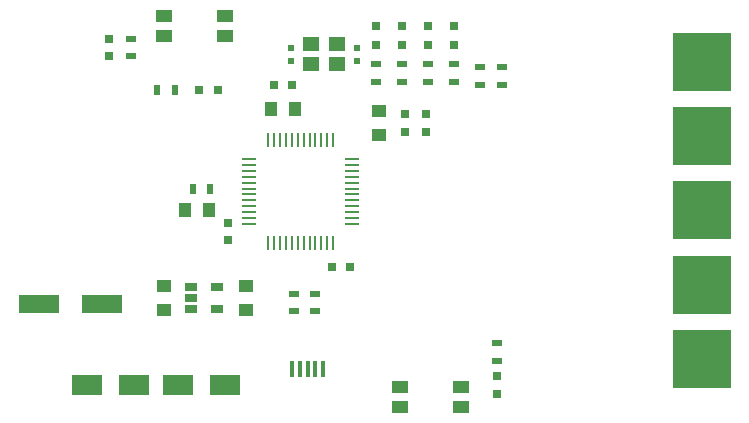
<source format=gtp>
G04 #@! TF.FileFunction,Paste,Top*
%FSLAX46Y46*%
G04 Gerber Fmt 4.6, Leading zero omitted, Abs format (unit mm)*
G04 Created by KiCad (PCBNEW 4.0.6) date Fri Sep  8 15:05:28 2017*
%MOMM*%
%LPD*%
G01*
G04 APERTURE LIST*
%ADD10C,0.100000*%
%ADD11R,1.250000X1.000000*%
%ADD12R,0.750000X0.800000*%
%ADD13R,3.500000X1.600000*%
%ADD14R,1.000000X1.250000*%
%ADD15R,0.500000X0.600000*%
%ADD16R,0.800000X0.750000*%
%ADD17R,2.500000X1.800000*%
%ADD18R,0.800000X0.800000*%
%ADD19R,0.400000X1.350000*%
%ADD20R,5.000000X5.000000*%
%ADD21R,0.900000X0.500000*%
%ADD22R,0.500000X0.900000*%
%ADD23R,1.450000X1.000000*%
%ADD24R,1.060000X0.650000*%
%ADD25R,1.400000X1.200000*%
%ADD26R,0.250000X1.300000*%
%ADD27R,1.300000X0.250000*%
G04 APERTURE END LIST*
D10*
D11*
X215200000Y-125800000D03*
X215200000Y-123800000D03*
X222200000Y-125800000D03*
X222200000Y-123800000D03*
D12*
X243400000Y-132950000D03*
X243400000Y-131450000D03*
X210600000Y-104350000D03*
X210600000Y-102850000D03*
D13*
X210000000Y-125300000D03*
X204600000Y-125300000D03*
D12*
X235600000Y-110750000D03*
X235600000Y-109250000D03*
D14*
X224300000Y-108800000D03*
X226300000Y-108800000D03*
X219000000Y-117400000D03*
X217000000Y-117400000D03*
D15*
X231600000Y-103650000D03*
X231600000Y-104750000D03*
X226000000Y-104750000D03*
X226000000Y-103650000D03*
D11*
X233400000Y-111000000D03*
X233400000Y-109000000D03*
D16*
X224550000Y-106800000D03*
X226050000Y-106800000D03*
X230950000Y-122200000D03*
X229450000Y-122200000D03*
D12*
X237400000Y-109250000D03*
X237400000Y-110750000D03*
X220600000Y-119950000D03*
X220600000Y-118450000D03*
D17*
X216400000Y-132200000D03*
X220400000Y-132200000D03*
X212700000Y-132200000D03*
X208700000Y-132200000D03*
D18*
X233200000Y-101800000D03*
X233200000Y-103400000D03*
X235400000Y-101800000D03*
X235400000Y-103400000D03*
X237600000Y-101800000D03*
X237600000Y-103400000D03*
X239800000Y-101800000D03*
X239800000Y-103400000D03*
X219800000Y-107200000D03*
X218200000Y-107200000D03*
D19*
X226100000Y-130850000D03*
X226750000Y-130850000D03*
X227400000Y-130850000D03*
X228050000Y-130850000D03*
X228700000Y-130850000D03*
D20*
X260800000Y-117400000D03*
X260800000Y-130000000D03*
X260800000Y-123700000D03*
X260800000Y-111100000D03*
X260800000Y-104800000D03*
D21*
X243400000Y-128650000D03*
X243400000Y-130150000D03*
X228000000Y-124450000D03*
X228000000Y-125950000D03*
X226200000Y-124450000D03*
X226200000Y-125950000D03*
X212400000Y-102850000D03*
X212400000Y-104350000D03*
X233200000Y-106550000D03*
X233200000Y-105050000D03*
X235400000Y-106550000D03*
X235400000Y-105050000D03*
X237600000Y-106550000D03*
X237600000Y-105050000D03*
X239800000Y-106550000D03*
X239800000Y-105050000D03*
D22*
X214650000Y-107200000D03*
X216150000Y-107200000D03*
D21*
X242000000Y-106750000D03*
X242000000Y-105250000D03*
X243800000Y-106750000D03*
X243800000Y-105250000D03*
D22*
X219150000Y-115600000D03*
X217650000Y-115600000D03*
D23*
X220375000Y-102650000D03*
X215225000Y-102650000D03*
X215225000Y-100950000D03*
X220375000Y-100950000D03*
X235225000Y-132350000D03*
X240375000Y-132350000D03*
X240375000Y-134050000D03*
X235225000Y-134050000D03*
D24*
X217500000Y-123850000D03*
X217500000Y-124800000D03*
X217500000Y-125750000D03*
X219700000Y-125750000D03*
X219700000Y-123850000D03*
D25*
X229900000Y-103350000D03*
X227700000Y-103350000D03*
X227700000Y-105050000D03*
X229900000Y-105050000D03*
D26*
X229550000Y-111450000D03*
X229050000Y-111450000D03*
X228550000Y-111450000D03*
X228050000Y-111450000D03*
X227550000Y-111450000D03*
X227050000Y-111450000D03*
X226550000Y-111450000D03*
X226050000Y-111450000D03*
X225550000Y-111450000D03*
X225050000Y-111450000D03*
X224550000Y-111450000D03*
X224050000Y-111450000D03*
D27*
X222450000Y-113050000D03*
X222450000Y-113550000D03*
X222450000Y-114050000D03*
X222450000Y-114550000D03*
X222450000Y-115050000D03*
X222450000Y-115550000D03*
X222450000Y-116050000D03*
X222450000Y-116550000D03*
X222450000Y-117050000D03*
X222450000Y-117550000D03*
X222450000Y-118050000D03*
X222450000Y-118550000D03*
D26*
X224050000Y-120150000D03*
X224550000Y-120150000D03*
X225050000Y-120150000D03*
X225550000Y-120150000D03*
X226050000Y-120150000D03*
X226550000Y-120150000D03*
X227050000Y-120150000D03*
X227550000Y-120150000D03*
X228050000Y-120150000D03*
X228550000Y-120150000D03*
X229050000Y-120150000D03*
X229550000Y-120150000D03*
D27*
X231150000Y-118550000D03*
X231150000Y-118050000D03*
X231150000Y-117550000D03*
X231150000Y-117050000D03*
X231150000Y-116550000D03*
X231150000Y-116050000D03*
X231150000Y-115550000D03*
X231150000Y-115050000D03*
X231150000Y-114550000D03*
X231150000Y-114050000D03*
X231150000Y-113550000D03*
X231150000Y-113050000D03*
M02*

</source>
